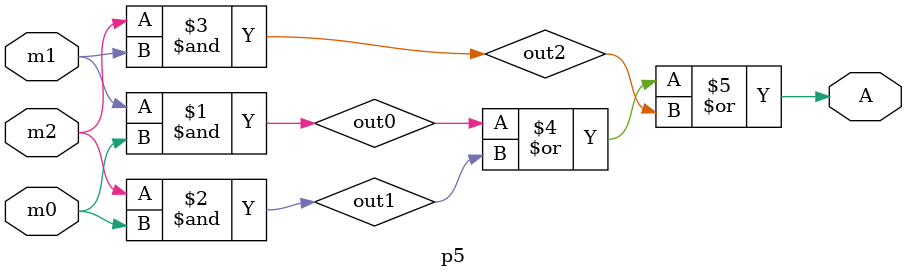
<source format=v>
module p5(A, m2, m1, m0);
	output A; 
	input m2, m1, m0;
	
	and and0 (out0, m1, m0);
	and and1 (out1, m2, m0); 
	and and2 (out2, m2, m1); 
	or out (A, out0, out1, out2);
endmodule
</source>
